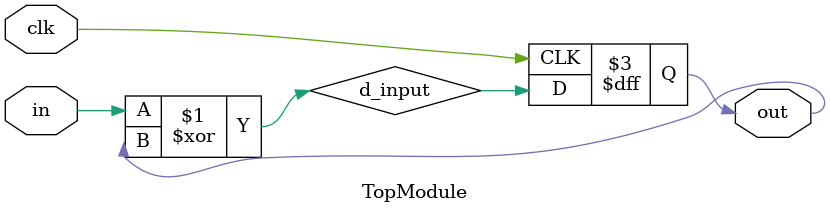
<source format=sv>

module TopModule (
  input clk,
  input in,
  output logic out
);
  logic d_input;
  
  assign d_input = in ^ out;
  
  always_ff @(posedge clk) begin
    out <= d_input;
  end
endmodule

</source>
